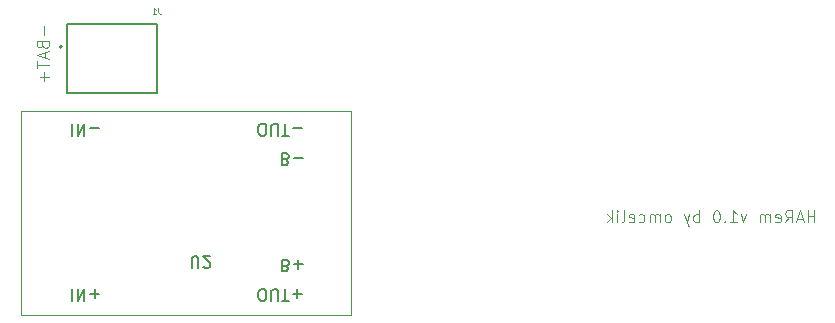
<source format=gbr>
%TF.GenerationSoftware,KiCad,Pcbnew,9.0.7-9.0.7~ubuntu24.04.1*%
%TF.CreationDate,2026-02-02T00:49:15+01:00*%
%TF.ProjectId,HArem,48417265-6d2e-46b6-9963-61645f706362,rev?*%
%TF.SameCoordinates,Original*%
%TF.FileFunction,Legend,Bot*%
%TF.FilePolarity,Positive*%
%FSLAX46Y46*%
G04 Gerber Fmt 4.6, Leading zero omitted, Abs format (unit mm)*
G04 Created by KiCad (PCBNEW 9.0.7-9.0.7~ubuntu24.04.1) date 2026-02-02 00:49:15*
%MOMM*%
%LPD*%
G01*
G04 APERTURE LIST*
%ADD10C,0.100000*%
%ADD11C,0.150000*%
%ADD12C,0.120000*%
%ADD13C,0.127000*%
%ADD14C,0.200000*%
G04 APERTURE END LIST*
D10*
X160696115Y-114872419D02*
X160696115Y-113872419D01*
X160696115Y-114348609D02*
X160124687Y-114348609D01*
X160124687Y-114872419D02*
X160124687Y-113872419D01*
X159696115Y-114586704D02*
X159219925Y-114586704D01*
X159791353Y-114872419D02*
X159458020Y-113872419D01*
X159458020Y-113872419D02*
X159124687Y-114872419D01*
X158219925Y-114872419D02*
X158553258Y-114396228D01*
X158791353Y-114872419D02*
X158791353Y-113872419D01*
X158791353Y-113872419D02*
X158410401Y-113872419D01*
X158410401Y-113872419D02*
X158315163Y-113920038D01*
X158315163Y-113920038D02*
X158267544Y-113967657D01*
X158267544Y-113967657D02*
X158219925Y-114062895D01*
X158219925Y-114062895D02*
X158219925Y-114205752D01*
X158219925Y-114205752D02*
X158267544Y-114300990D01*
X158267544Y-114300990D02*
X158315163Y-114348609D01*
X158315163Y-114348609D02*
X158410401Y-114396228D01*
X158410401Y-114396228D02*
X158791353Y-114396228D01*
X157410401Y-114824800D02*
X157505639Y-114872419D01*
X157505639Y-114872419D02*
X157696115Y-114872419D01*
X157696115Y-114872419D02*
X157791353Y-114824800D01*
X157791353Y-114824800D02*
X157838972Y-114729561D01*
X157838972Y-114729561D02*
X157838972Y-114348609D01*
X157838972Y-114348609D02*
X157791353Y-114253371D01*
X157791353Y-114253371D02*
X157696115Y-114205752D01*
X157696115Y-114205752D02*
X157505639Y-114205752D01*
X157505639Y-114205752D02*
X157410401Y-114253371D01*
X157410401Y-114253371D02*
X157362782Y-114348609D01*
X157362782Y-114348609D02*
X157362782Y-114443847D01*
X157362782Y-114443847D02*
X157838972Y-114539085D01*
X156934210Y-114872419D02*
X156934210Y-114205752D01*
X156934210Y-114300990D02*
X156886591Y-114253371D01*
X156886591Y-114253371D02*
X156791353Y-114205752D01*
X156791353Y-114205752D02*
X156648496Y-114205752D01*
X156648496Y-114205752D02*
X156553258Y-114253371D01*
X156553258Y-114253371D02*
X156505639Y-114348609D01*
X156505639Y-114348609D02*
X156505639Y-114872419D01*
X156505639Y-114348609D02*
X156458020Y-114253371D01*
X156458020Y-114253371D02*
X156362782Y-114205752D01*
X156362782Y-114205752D02*
X156219925Y-114205752D01*
X156219925Y-114205752D02*
X156124686Y-114253371D01*
X156124686Y-114253371D02*
X156077067Y-114348609D01*
X156077067Y-114348609D02*
X156077067Y-114872419D01*
X154934210Y-114205752D02*
X154696115Y-114872419D01*
X154696115Y-114872419D02*
X154458020Y-114205752D01*
X153553258Y-114872419D02*
X154124686Y-114872419D01*
X153838972Y-114872419D02*
X153838972Y-113872419D01*
X153838972Y-113872419D02*
X153934210Y-114015276D01*
X153934210Y-114015276D02*
X154029448Y-114110514D01*
X154029448Y-114110514D02*
X154124686Y-114158133D01*
X153124686Y-114777180D02*
X153077067Y-114824800D01*
X153077067Y-114824800D02*
X153124686Y-114872419D01*
X153124686Y-114872419D02*
X153172305Y-114824800D01*
X153172305Y-114824800D02*
X153124686Y-114777180D01*
X153124686Y-114777180D02*
X153124686Y-114872419D01*
X152458020Y-113872419D02*
X152362782Y-113872419D01*
X152362782Y-113872419D02*
X152267544Y-113920038D01*
X152267544Y-113920038D02*
X152219925Y-113967657D01*
X152219925Y-113967657D02*
X152172306Y-114062895D01*
X152172306Y-114062895D02*
X152124687Y-114253371D01*
X152124687Y-114253371D02*
X152124687Y-114491466D01*
X152124687Y-114491466D02*
X152172306Y-114681942D01*
X152172306Y-114681942D02*
X152219925Y-114777180D01*
X152219925Y-114777180D02*
X152267544Y-114824800D01*
X152267544Y-114824800D02*
X152362782Y-114872419D01*
X152362782Y-114872419D02*
X152458020Y-114872419D01*
X152458020Y-114872419D02*
X152553258Y-114824800D01*
X152553258Y-114824800D02*
X152600877Y-114777180D01*
X152600877Y-114777180D02*
X152648496Y-114681942D01*
X152648496Y-114681942D02*
X152696115Y-114491466D01*
X152696115Y-114491466D02*
X152696115Y-114253371D01*
X152696115Y-114253371D02*
X152648496Y-114062895D01*
X152648496Y-114062895D02*
X152600877Y-113967657D01*
X152600877Y-113967657D02*
X152553258Y-113920038D01*
X152553258Y-113920038D02*
X152458020Y-113872419D01*
X150934210Y-114872419D02*
X150934210Y-113872419D01*
X150934210Y-114253371D02*
X150838972Y-114205752D01*
X150838972Y-114205752D02*
X150648496Y-114205752D01*
X150648496Y-114205752D02*
X150553258Y-114253371D01*
X150553258Y-114253371D02*
X150505639Y-114300990D01*
X150505639Y-114300990D02*
X150458020Y-114396228D01*
X150458020Y-114396228D02*
X150458020Y-114681942D01*
X150458020Y-114681942D02*
X150505639Y-114777180D01*
X150505639Y-114777180D02*
X150553258Y-114824800D01*
X150553258Y-114824800D02*
X150648496Y-114872419D01*
X150648496Y-114872419D02*
X150838972Y-114872419D01*
X150838972Y-114872419D02*
X150934210Y-114824800D01*
X150124686Y-114205752D02*
X149886591Y-114872419D01*
X149648496Y-114205752D02*
X149886591Y-114872419D01*
X149886591Y-114872419D02*
X149981829Y-115110514D01*
X149981829Y-115110514D02*
X150029448Y-115158133D01*
X150029448Y-115158133D02*
X150124686Y-115205752D01*
X148362781Y-114872419D02*
X148458019Y-114824800D01*
X148458019Y-114824800D02*
X148505638Y-114777180D01*
X148505638Y-114777180D02*
X148553257Y-114681942D01*
X148553257Y-114681942D02*
X148553257Y-114396228D01*
X148553257Y-114396228D02*
X148505638Y-114300990D01*
X148505638Y-114300990D02*
X148458019Y-114253371D01*
X148458019Y-114253371D02*
X148362781Y-114205752D01*
X148362781Y-114205752D02*
X148219924Y-114205752D01*
X148219924Y-114205752D02*
X148124686Y-114253371D01*
X148124686Y-114253371D02*
X148077067Y-114300990D01*
X148077067Y-114300990D02*
X148029448Y-114396228D01*
X148029448Y-114396228D02*
X148029448Y-114681942D01*
X148029448Y-114681942D02*
X148077067Y-114777180D01*
X148077067Y-114777180D02*
X148124686Y-114824800D01*
X148124686Y-114824800D02*
X148219924Y-114872419D01*
X148219924Y-114872419D02*
X148362781Y-114872419D01*
X147600876Y-114872419D02*
X147600876Y-114205752D01*
X147600876Y-114300990D02*
X147553257Y-114253371D01*
X147553257Y-114253371D02*
X147458019Y-114205752D01*
X147458019Y-114205752D02*
X147315162Y-114205752D01*
X147315162Y-114205752D02*
X147219924Y-114253371D01*
X147219924Y-114253371D02*
X147172305Y-114348609D01*
X147172305Y-114348609D02*
X147172305Y-114872419D01*
X147172305Y-114348609D02*
X147124686Y-114253371D01*
X147124686Y-114253371D02*
X147029448Y-114205752D01*
X147029448Y-114205752D02*
X146886591Y-114205752D01*
X146886591Y-114205752D02*
X146791352Y-114253371D01*
X146791352Y-114253371D02*
X146743733Y-114348609D01*
X146743733Y-114348609D02*
X146743733Y-114872419D01*
X145838972Y-114824800D02*
X145934210Y-114872419D01*
X145934210Y-114872419D02*
X146124686Y-114872419D01*
X146124686Y-114872419D02*
X146219924Y-114824800D01*
X146219924Y-114824800D02*
X146267543Y-114777180D01*
X146267543Y-114777180D02*
X146315162Y-114681942D01*
X146315162Y-114681942D02*
X146315162Y-114396228D01*
X146315162Y-114396228D02*
X146267543Y-114300990D01*
X146267543Y-114300990D02*
X146219924Y-114253371D01*
X146219924Y-114253371D02*
X146124686Y-114205752D01*
X146124686Y-114205752D02*
X145934210Y-114205752D01*
X145934210Y-114205752D02*
X145838972Y-114253371D01*
X145029448Y-114824800D02*
X145124686Y-114872419D01*
X145124686Y-114872419D02*
X145315162Y-114872419D01*
X145315162Y-114872419D02*
X145410400Y-114824800D01*
X145410400Y-114824800D02*
X145458019Y-114729561D01*
X145458019Y-114729561D02*
X145458019Y-114348609D01*
X145458019Y-114348609D02*
X145410400Y-114253371D01*
X145410400Y-114253371D02*
X145315162Y-114205752D01*
X145315162Y-114205752D02*
X145124686Y-114205752D01*
X145124686Y-114205752D02*
X145029448Y-114253371D01*
X145029448Y-114253371D02*
X144981829Y-114348609D01*
X144981829Y-114348609D02*
X144981829Y-114443847D01*
X144981829Y-114443847D02*
X145458019Y-114539085D01*
X144410400Y-114872419D02*
X144505638Y-114824800D01*
X144505638Y-114824800D02*
X144553257Y-114729561D01*
X144553257Y-114729561D02*
X144553257Y-113872419D01*
X144029447Y-114872419D02*
X144029447Y-114205752D01*
X144029447Y-113872419D02*
X144077066Y-113920038D01*
X144077066Y-113920038D02*
X144029447Y-113967657D01*
X144029447Y-113967657D02*
X143981828Y-113920038D01*
X143981828Y-113920038D02*
X144029447Y-113872419D01*
X144029447Y-113872419D02*
X144029447Y-113967657D01*
X143553257Y-114872419D02*
X143553257Y-113872419D01*
X143458019Y-114491466D02*
X143172305Y-114872419D01*
X143172305Y-114205752D02*
X143553257Y-114586704D01*
X95491466Y-98303884D02*
X95491466Y-99065789D01*
X95348609Y-99875312D02*
X95396228Y-100018169D01*
X95396228Y-100018169D02*
X95443847Y-100065788D01*
X95443847Y-100065788D02*
X95539085Y-100113407D01*
X95539085Y-100113407D02*
X95681942Y-100113407D01*
X95681942Y-100113407D02*
X95777180Y-100065788D01*
X95777180Y-100065788D02*
X95824800Y-100018169D01*
X95824800Y-100018169D02*
X95872419Y-99922931D01*
X95872419Y-99922931D02*
X95872419Y-99541979D01*
X95872419Y-99541979D02*
X94872419Y-99541979D01*
X94872419Y-99541979D02*
X94872419Y-99875312D01*
X94872419Y-99875312D02*
X94920038Y-99970550D01*
X94920038Y-99970550D02*
X94967657Y-100018169D01*
X94967657Y-100018169D02*
X95062895Y-100065788D01*
X95062895Y-100065788D02*
X95158133Y-100065788D01*
X95158133Y-100065788D02*
X95253371Y-100018169D01*
X95253371Y-100018169D02*
X95300990Y-99970550D01*
X95300990Y-99970550D02*
X95348609Y-99875312D01*
X95348609Y-99875312D02*
X95348609Y-99541979D01*
X95586704Y-100494360D02*
X95586704Y-100970550D01*
X95872419Y-100399122D02*
X94872419Y-100732455D01*
X94872419Y-100732455D02*
X95872419Y-101065788D01*
X94872419Y-101256265D02*
X94872419Y-101827693D01*
X95872419Y-101541979D02*
X94872419Y-101541979D01*
X95491466Y-102161027D02*
X95491466Y-102922932D01*
X95872419Y-102541979D02*
X95110514Y-102541979D01*
D11*
X107973095Y-118740180D02*
X107973095Y-117930657D01*
X107973095Y-117930657D02*
X108020714Y-117835419D01*
X108020714Y-117835419D02*
X108068333Y-117787800D01*
X108068333Y-117787800D02*
X108163571Y-117740180D01*
X108163571Y-117740180D02*
X108354047Y-117740180D01*
X108354047Y-117740180D02*
X108449285Y-117787800D01*
X108449285Y-117787800D02*
X108496904Y-117835419D01*
X108496904Y-117835419D02*
X108544523Y-117930657D01*
X108544523Y-117930657D02*
X108544523Y-118740180D01*
X108973095Y-118644942D02*
X109020714Y-118692561D01*
X109020714Y-118692561D02*
X109115952Y-118740180D01*
X109115952Y-118740180D02*
X109354047Y-118740180D01*
X109354047Y-118740180D02*
X109449285Y-118692561D01*
X109449285Y-118692561D02*
X109496904Y-118644942D01*
X109496904Y-118644942D02*
X109544523Y-118549704D01*
X109544523Y-118549704D02*
X109544523Y-118454466D01*
X109544523Y-118454466D02*
X109496904Y-118311609D01*
X109496904Y-118311609D02*
X108925476Y-117740180D01*
X108925476Y-117740180D02*
X109544523Y-117740180D01*
X97852143Y-120540180D02*
X97852143Y-121540180D01*
X98328333Y-120540180D02*
X98328333Y-121540180D01*
X98328333Y-121540180D02*
X98899761Y-120540180D01*
X98899761Y-120540180D02*
X98899761Y-121540180D01*
X99375952Y-120921133D02*
X100137857Y-120921133D01*
X99756904Y-120540180D02*
X99756904Y-121302085D01*
X97852143Y-106540180D02*
X97852143Y-107540180D01*
X98328333Y-106540180D02*
X98328333Y-107540180D01*
X98328333Y-107540180D02*
X98899761Y-106540180D01*
X98899761Y-106540180D02*
X98899761Y-107540180D01*
X99375952Y-106921133D02*
X100137857Y-106921133D01*
X115947381Y-118563990D02*
X116090238Y-118516371D01*
X116090238Y-118516371D02*
X116137857Y-118468752D01*
X116137857Y-118468752D02*
X116185476Y-118373514D01*
X116185476Y-118373514D02*
X116185476Y-118230657D01*
X116185476Y-118230657D02*
X116137857Y-118135419D01*
X116137857Y-118135419D02*
X116090238Y-118087800D01*
X116090238Y-118087800D02*
X115995000Y-118040180D01*
X115995000Y-118040180D02*
X115614048Y-118040180D01*
X115614048Y-118040180D02*
X115614048Y-119040180D01*
X115614048Y-119040180D02*
X115947381Y-119040180D01*
X115947381Y-119040180D02*
X116042619Y-118992561D01*
X116042619Y-118992561D02*
X116090238Y-118944942D01*
X116090238Y-118944942D02*
X116137857Y-118849704D01*
X116137857Y-118849704D02*
X116137857Y-118754466D01*
X116137857Y-118754466D02*
X116090238Y-118659228D01*
X116090238Y-118659228D02*
X116042619Y-118611609D01*
X116042619Y-118611609D02*
X115947381Y-118563990D01*
X115947381Y-118563990D02*
X115614048Y-118563990D01*
X116614048Y-118421133D02*
X117375953Y-118421133D01*
X116995000Y-118040180D02*
X116995000Y-118802085D01*
X113875952Y-107540180D02*
X114066428Y-107540180D01*
X114066428Y-107540180D02*
X114161666Y-107492561D01*
X114161666Y-107492561D02*
X114256904Y-107397323D01*
X114256904Y-107397323D02*
X114304523Y-107206847D01*
X114304523Y-107206847D02*
X114304523Y-106873514D01*
X114304523Y-106873514D02*
X114256904Y-106683038D01*
X114256904Y-106683038D02*
X114161666Y-106587800D01*
X114161666Y-106587800D02*
X114066428Y-106540180D01*
X114066428Y-106540180D02*
X113875952Y-106540180D01*
X113875952Y-106540180D02*
X113780714Y-106587800D01*
X113780714Y-106587800D02*
X113685476Y-106683038D01*
X113685476Y-106683038D02*
X113637857Y-106873514D01*
X113637857Y-106873514D02*
X113637857Y-107206847D01*
X113637857Y-107206847D02*
X113685476Y-107397323D01*
X113685476Y-107397323D02*
X113780714Y-107492561D01*
X113780714Y-107492561D02*
X113875952Y-107540180D01*
X114733095Y-107540180D02*
X114733095Y-106730657D01*
X114733095Y-106730657D02*
X114780714Y-106635419D01*
X114780714Y-106635419D02*
X114828333Y-106587800D01*
X114828333Y-106587800D02*
X114923571Y-106540180D01*
X114923571Y-106540180D02*
X115114047Y-106540180D01*
X115114047Y-106540180D02*
X115209285Y-106587800D01*
X115209285Y-106587800D02*
X115256904Y-106635419D01*
X115256904Y-106635419D02*
X115304523Y-106730657D01*
X115304523Y-106730657D02*
X115304523Y-107540180D01*
X115637857Y-107540180D02*
X116209285Y-107540180D01*
X115923571Y-106540180D02*
X115923571Y-107540180D01*
X116542619Y-106921133D02*
X117304524Y-106921133D01*
X113875952Y-121540180D02*
X114066428Y-121540180D01*
X114066428Y-121540180D02*
X114161666Y-121492561D01*
X114161666Y-121492561D02*
X114256904Y-121397323D01*
X114256904Y-121397323D02*
X114304523Y-121206847D01*
X114304523Y-121206847D02*
X114304523Y-120873514D01*
X114304523Y-120873514D02*
X114256904Y-120683038D01*
X114256904Y-120683038D02*
X114161666Y-120587800D01*
X114161666Y-120587800D02*
X114066428Y-120540180D01*
X114066428Y-120540180D02*
X113875952Y-120540180D01*
X113875952Y-120540180D02*
X113780714Y-120587800D01*
X113780714Y-120587800D02*
X113685476Y-120683038D01*
X113685476Y-120683038D02*
X113637857Y-120873514D01*
X113637857Y-120873514D02*
X113637857Y-121206847D01*
X113637857Y-121206847D02*
X113685476Y-121397323D01*
X113685476Y-121397323D02*
X113780714Y-121492561D01*
X113780714Y-121492561D02*
X113875952Y-121540180D01*
X114733095Y-121540180D02*
X114733095Y-120730657D01*
X114733095Y-120730657D02*
X114780714Y-120635419D01*
X114780714Y-120635419D02*
X114828333Y-120587800D01*
X114828333Y-120587800D02*
X114923571Y-120540180D01*
X114923571Y-120540180D02*
X115114047Y-120540180D01*
X115114047Y-120540180D02*
X115209285Y-120587800D01*
X115209285Y-120587800D02*
X115256904Y-120635419D01*
X115256904Y-120635419D02*
X115304523Y-120730657D01*
X115304523Y-120730657D02*
X115304523Y-121540180D01*
X115637857Y-121540180D02*
X116209285Y-121540180D01*
X115923571Y-120540180D02*
X115923571Y-121540180D01*
X116542619Y-120921133D02*
X117304524Y-120921133D01*
X116923571Y-120540180D02*
X116923571Y-121302085D01*
X115947381Y-109563990D02*
X116090238Y-109516371D01*
X116090238Y-109516371D02*
X116137857Y-109468752D01*
X116137857Y-109468752D02*
X116185476Y-109373514D01*
X116185476Y-109373514D02*
X116185476Y-109230657D01*
X116185476Y-109230657D02*
X116137857Y-109135419D01*
X116137857Y-109135419D02*
X116090238Y-109087800D01*
X116090238Y-109087800D02*
X115995000Y-109040180D01*
X115995000Y-109040180D02*
X115614048Y-109040180D01*
X115614048Y-109040180D02*
X115614048Y-110040180D01*
X115614048Y-110040180D02*
X115947381Y-110040180D01*
X115947381Y-110040180D02*
X116042619Y-109992561D01*
X116042619Y-109992561D02*
X116090238Y-109944942D01*
X116090238Y-109944942D02*
X116137857Y-109849704D01*
X116137857Y-109849704D02*
X116137857Y-109754466D01*
X116137857Y-109754466D02*
X116090238Y-109659228D01*
X116090238Y-109659228D02*
X116042619Y-109611609D01*
X116042619Y-109611609D02*
X115947381Y-109563990D01*
X115947381Y-109563990D02*
X115614048Y-109563990D01*
X116614048Y-109421133D02*
X117375953Y-109421133D01*
D12*
X105159999Y-96735817D02*
X105159999Y-97078674D01*
X105159999Y-97078674D02*
X105182856Y-97147245D01*
X105182856Y-97147245D02*
X105228570Y-97192960D01*
X105228570Y-97192960D02*
X105297142Y-97215817D01*
X105297142Y-97215817D02*
X105342856Y-97215817D01*
X104679999Y-97215817D02*
X104954285Y-97215817D01*
X104817142Y-97215817D02*
X104817142Y-96735817D01*
X104817142Y-96735817D02*
X104862856Y-96804388D01*
X104862856Y-96804388D02*
X104908571Y-96850102D01*
X104908571Y-96850102D02*
X104954285Y-96872960D01*
%TO.C,U2*%
X121495000Y-122695000D02*
X121495000Y-105495000D01*
X93495000Y-122695000D02*
X121495000Y-122695000D01*
X93495000Y-122695000D02*
X93495000Y-105495000D01*
X93495000Y-105495000D02*
X121495000Y-105495000D01*
D13*
%TO.C,J1*%
X97437500Y-98050000D02*
X97437500Y-103950000D01*
X97437500Y-103950000D02*
X105037500Y-103950000D01*
X105037500Y-98050000D02*
X97437500Y-98050000D01*
X105037500Y-103950000D02*
X105037500Y-98050000D01*
D14*
X96987500Y-100000000D02*
G75*
G02*
X96787500Y-100000000I-100000J0D01*
G01*
X96787500Y-100000000D02*
G75*
G02*
X96987500Y-100000000I100000J0D01*
G01*
%TD*%
M02*

</source>
